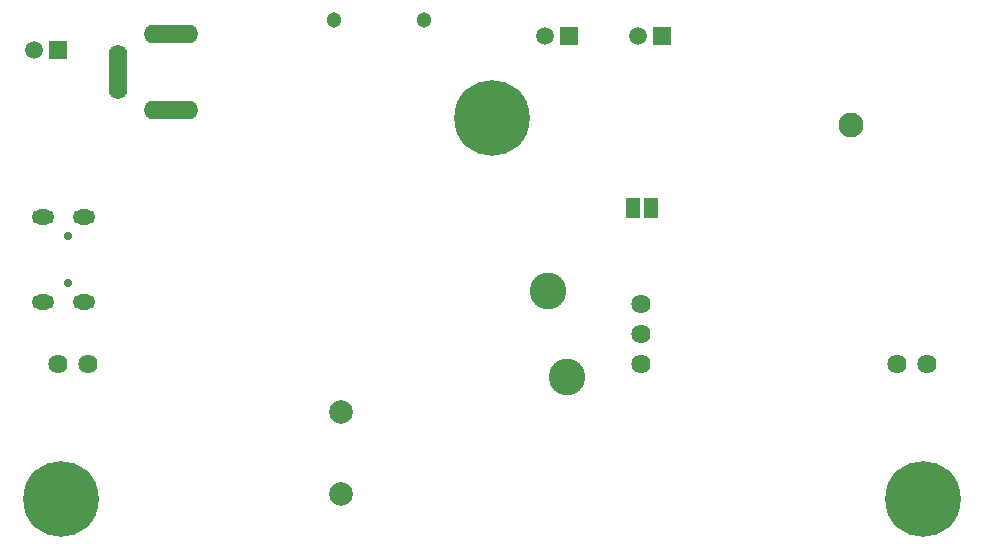
<source format=gbr>
G04 #@! TF.GenerationSoftware,KiCad,Pcbnew,6.0.0-unknown-3514473~86~ubuntu18.04.1*
G04 #@! TF.CreationDate,2019-07-31T16:13:07+03:00*
G04 #@! TF.ProjectId,ESP32-ADF_Rev_C,45535033-322d-4414-9446-5f5265765f43,rev?*
G04 #@! TF.SameCoordinates,Original*
G04 #@! TF.FileFunction,Soldermask,Bot*
G04 #@! TF.FilePolarity,Negative*
%FSLAX46Y46*%
G04 Gerber Fmt 4.6, Leading zero omitted, Abs format (unit mm)*
G04 Created by KiCad (PCBNEW 6.0.0-unknown-3514473~86~ubuntu18.04.1) date 2019-07-31 16:13:07*
%MOMM*%
%LPD*%
G04 APERTURE LIST*
%ADD10R,1.270000X1.701800*%
%ADD11C,1.301600*%
%ADD12O,1.601600X4.601600*%
%ADD13O,4.601600X1.601600*%
%ADD14C,2.101600*%
%ADD15C,3.101600*%
%ADD16C,1.625600*%
%ADD17R,1.501600X1.501600*%
%ADD18C,1.501600*%
%ADD19C,6.401600*%
%ADD20C,2.001600*%
%ADD21C,0.701600*%
%ADD22O,1.901600X1.301600*%
G04 APERTURE END LIST*
D10*
X109962000Y-55350000D03*
X108438000Y-55350000D03*
X108438000Y-55350000D03*
D11*
X83096100Y-39458900D03*
X90716100Y-39458900D03*
D12*
X64800000Y-43800000D03*
D13*
X69250000Y-40600000D03*
X69250000Y-47100000D03*
D14*
X126868680Y-48364200D03*
D15*
X101180000Y-62350000D03*
X102780000Y-69650000D03*
D16*
X109080000Y-63460000D03*
X109080000Y-66000000D03*
X109080000Y-68540000D03*
X133270000Y-68595000D03*
X130730000Y-68595000D03*
X62270000Y-68595000D03*
X59730000Y-68595000D03*
D17*
X59682380Y-42014140D03*
D18*
X57670700Y-42016680D03*
D17*
X110825380Y-40798140D03*
D18*
X108813700Y-40800680D03*
D17*
X102951380Y-40798140D03*
D18*
X100939700Y-40800680D03*
D11*
X96500000Y-45337000D03*
X96500000Y-50163000D03*
X94849000Y-49401000D03*
X94722000Y-46099000D03*
X98151000Y-49401000D03*
X98151000Y-46099000D03*
X94087000Y-47750000D03*
X98913000Y-47750000D03*
D19*
X96500000Y-47750000D03*
D20*
X83700000Y-72600000D03*
X83700000Y-79600000D03*
D11*
X60000000Y-77587000D03*
X60000000Y-82413000D03*
X58349000Y-81651000D03*
X58222000Y-78349000D03*
X61651000Y-81651000D03*
X61651000Y-78349000D03*
X57587000Y-80000000D03*
X62413000Y-80000000D03*
D19*
X60000000Y-80000000D03*
D11*
X133000000Y-77587000D03*
X133000000Y-82413000D03*
X131349000Y-81651000D03*
X131222000Y-78349000D03*
X134651000Y-81651000D03*
X134651000Y-78349000D03*
X130587000Y-80000000D03*
X135413000Y-80000000D03*
D19*
X133000000Y-80000000D03*
D21*
X60574000Y-57700000D03*
X60574000Y-61700000D03*
D22*
X58424000Y-56100000D03*
X61894000Y-56100000D03*
X61894000Y-63300000D03*
X58424000Y-63300000D03*
M02*

</source>
